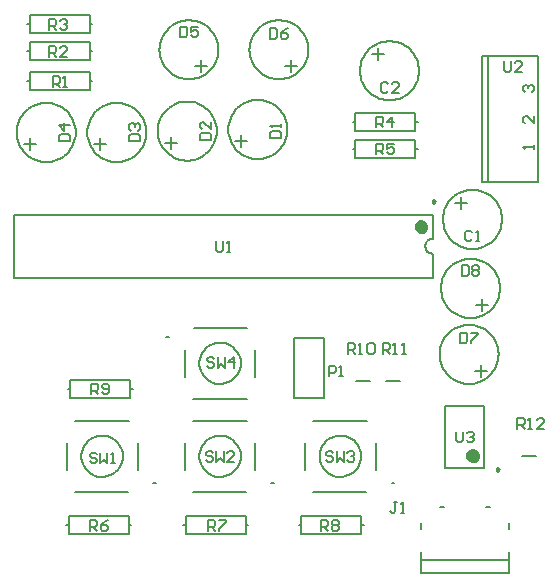
<source format=gto>
G04*
G04 #@! TF.GenerationSoftware,Altium Limited,Altium Designer,20.1.11 (218)*
G04*
G04 Layer_Color=65535*
%FSLAX25Y25*%
%MOIN*%
G70*
G04*
G04 #@! TF.SameCoordinates,E6333289-3B3F-416E-ACC7-16277D215EEB*
G04*
G04*
G04 #@! TF.FilePolarity,Positive*
G04*
G01*
G75*
%ADD10C,0.00787*%
%ADD11C,0.02362*%
%ADD12C,0.00984*%
%ADD13C,0.00500*%
%ADD14C,0.00591*%
D10*
X427779Y349000D02*
X427729Y349996D01*
X427578Y350981D01*
X427328Y351946D01*
X426982Y352882D01*
X426543Y353777D01*
X426015Y354623D01*
X425405Y355411D01*
X424718Y356134D01*
X423962Y356783D01*
X423143Y357353D01*
X422272Y357837D01*
X421355Y358230D01*
X420404Y358528D01*
X419427Y358729D01*
X418435Y358830D01*
X417439D01*
X416447Y358729D01*
X415470Y358528D01*
X414519Y358230D01*
X413602Y357837D01*
X412731Y357353D01*
X411912Y356783D01*
X411156Y356134D01*
X410469Y355411D01*
X409859Y354623D01*
X409331Y353777D01*
X408892Y352881D01*
X408546Y351946D01*
X408296Y350981D01*
X408145Y349996D01*
X408095Y349000D01*
X408145Y348004D01*
X408296Y347019D01*
X408546Y346054D01*
X408892Y345118D01*
X409331Y344223D01*
X409859Y343377D01*
X410469Y342589D01*
X411156Y341866D01*
X411912Y341217D01*
X412731Y340647D01*
X413602Y340163D01*
X414519Y339770D01*
X415470Y339472D01*
X416447Y339271D01*
X417439Y339170D01*
X418435D01*
X419427Y339271D01*
X420404Y339472D01*
X421355Y339770D01*
X422272Y340163D01*
X423143Y340647D01*
X423962Y341217D01*
X424718Y341866D01*
X425405Y342589D01*
X426015Y343377D01*
X426543Y344223D01*
X426982Y345119D01*
X427328Y346054D01*
X427578Y347019D01*
X427729Y348004D01*
X427779Y349000D01*
X360906Y356000D02*
X360855Y356996D01*
X360704Y357981D01*
X360454Y358946D01*
X360108Y359881D01*
X359669Y360777D01*
X359141Y361623D01*
X358531Y362411D01*
X357844Y363134D01*
X357088Y363783D01*
X356269Y364353D01*
X355398Y364837D01*
X354481Y365230D01*
X353530Y365528D01*
X352553Y365729D01*
X351561Y365830D01*
X350565D01*
X349573Y365729D01*
X348596Y365528D01*
X347645Y365230D01*
X346728Y364837D01*
X345857Y364353D01*
X345038Y363783D01*
X344282Y363134D01*
X343595Y362411D01*
X342985Y361623D01*
X342457Y360777D01*
X342018Y359881D01*
X341672Y358946D01*
X341422Y357981D01*
X341271Y356996D01*
X341220Y356000D01*
X341271Y355004D01*
X341422Y354019D01*
X341672Y353053D01*
X342018Y352118D01*
X342457Y351223D01*
X342985Y350377D01*
X343595Y349589D01*
X344282Y348866D01*
X345038Y348217D01*
X345857Y347647D01*
X346728Y347163D01*
X347645Y346770D01*
X348596Y346472D01*
X349573Y346271D01*
X350565Y346170D01*
X351561D01*
X352553Y346271D01*
X353530Y346472D01*
X354481Y346770D01*
X355398Y347163D01*
X356269Y347647D01*
X357088Y348217D01*
X357844Y348866D01*
X358531Y349589D01*
X359141Y350377D01*
X359669Y351223D01*
X360108Y352119D01*
X360454Y353053D01*
X360704Y354019D01*
X360855Y355004D01*
X360906Y356000D01*
X390905D02*
X390855Y356996D01*
X390704Y357981D01*
X390454Y358946D01*
X390108Y359881D01*
X389669Y360777D01*
X389141Y361623D01*
X388531Y362411D01*
X387844Y363134D01*
X387088Y363783D01*
X386269Y364353D01*
X385398Y364837D01*
X384481Y365230D01*
X383530Y365528D01*
X382553Y365729D01*
X381561Y365830D01*
X380564D01*
X379573Y365729D01*
X378596Y365528D01*
X377645Y365230D01*
X376728Y364837D01*
X375857Y364353D01*
X375038Y363783D01*
X374282Y363134D01*
X373595Y362411D01*
X372985Y361623D01*
X372457Y360777D01*
X372018Y359881D01*
X371672Y358946D01*
X371422Y357981D01*
X371271Y356996D01*
X371220Y356000D01*
X371271Y355004D01*
X371422Y354019D01*
X371672Y353053D01*
X372018Y352118D01*
X372457Y351223D01*
X372985Y350377D01*
X373595Y349589D01*
X374282Y348866D01*
X375038Y348217D01*
X375857Y347647D01*
X376728Y347163D01*
X377645Y346770D01*
X378596Y346472D01*
X379573Y346271D01*
X380564Y346170D01*
X381561D01*
X382553Y346271D01*
X383530Y346472D01*
X384481Y346770D01*
X385398Y347163D01*
X386269Y347647D01*
X387088Y348217D01*
X387844Y348866D01*
X388531Y349589D01*
X389141Y350377D01*
X389669Y351223D01*
X390108Y352119D01*
X390454Y353053D01*
X390704Y354019D01*
X390855Y355004D01*
X390905Y356000D01*
X455406Y299500D02*
X455355Y300496D01*
X455204Y301481D01*
X454954Y302447D01*
X454608Y303381D01*
X454169Y304277D01*
X453641Y305123D01*
X453031Y305911D01*
X452344Y306634D01*
X451588Y307283D01*
X450769Y307853D01*
X449898Y308337D01*
X448981Y308730D01*
X448030Y309028D01*
X447053Y309229D01*
X446062Y309330D01*
X445064D01*
X444073Y309229D01*
X443096Y309028D01*
X442145Y308730D01*
X441228Y308337D01*
X440357Y307853D01*
X439538Y307283D01*
X438782Y306634D01*
X438095Y305911D01*
X437485Y305123D01*
X436957Y304277D01*
X436518Y303381D01*
X436172Y302447D01*
X435922Y301481D01*
X435771Y300496D01*
X435720Y299500D01*
X435771Y298504D01*
X435922Y297519D01*
X436172Y296553D01*
X436518Y295619D01*
X436957Y294723D01*
X437485Y293877D01*
X438095Y293089D01*
X438782Y292366D01*
X439538Y291717D01*
X440357Y291147D01*
X441228Y290663D01*
X442145Y290270D01*
X443096Y289972D01*
X444073Y289771D01*
X445064Y289670D01*
X446062D01*
X447053Y289771D01*
X448030Y289972D01*
X448981Y290270D01*
X449898Y290663D01*
X450769Y291147D01*
X451588Y291717D01*
X452344Y292366D01*
X453031Y293089D01*
X453641Y293877D01*
X454169Y294723D01*
X454608Y295619D01*
X454954Y296553D01*
X455204Y297519D01*
X455355Y298504D01*
X455406Y299500D01*
X432282Y293000D02*
X431326Y292810D01*
X430515Y292268D01*
X429973Y291457D01*
X429782Y290500D01*
X429973Y289543D01*
X430515Y288732D01*
X431326Y288190D01*
X432282Y288000D01*
X383842Y329437D02*
X383792Y330433D01*
X383641Y331418D01*
X383391Y332383D01*
X383045Y333318D01*
X382606Y334214D01*
X382078Y335060D01*
X381468Y335848D01*
X380781Y336571D01*
X380025Y337220D01*
X379206Y337790D01*
X378335Y338274D01*
X377418Y338667D01*
X376467Y338965D01*
X375490Y339166D01*
X374499Y339267D01*
X373501D01*
X372510Y339166D01*
X371533Y338965D01*
X370582Y338667D01*
X369665Y338274D01*
X368794Y337790D01*
X367975Y337220D01*
X367219Y336571D01*
X366532Y335848D01*
X365922Y335060D01*
X365394Y334214D01*
X364955Y333318D01*
X364609Y332383D01*
X364359Y331418D01*
X364208Y330433D01*
X364158Y329437D01*
X364208Y328441D01*
X364359Y327456D01*
X364609Y326490D01*
X364955Y325555D01*
X365394Y324660D01*
X365922Y323814D01*
X366532Y323026D01*
X367219Y322303D01*
X367975Y321654D01*
X368794Y321084D01*
X369665Y320600D01*
X370582Y320207D01*
X371533Y319909D01*
X372510Y319708D01*
X373501Y319607D01*
X374499D01*
X375490Y319708D01*
X376467Y319909D01*
X377418Y320207D01*
X378335Y320600D01*
X379206Y321084D01*
X380025Y321654D01*
X380781Y322303D01*
X381468Y323026D01*
X382078Y323814D01*
X382606Y324660D01*
X383045Y325556D01*
X383391Y326490D01*
X383641Y327456D01*
X383792Y328441D01*
X383842Y329437D01*
X360343Y328937D02*
X360292Y329933D01*
X360141Y330918D01*
X359891Y331884D01*
X359545Y332819D01*
X359106Y333714D01*
X358578Y334560D01*
X357968Y335348D01*
X357281Y336071D01*
X356525Y336720D01*
X355706Y337290D01*
X354835Y337774D01*
X353918Y338167D01*
X352967Y338465D01*
X351990Y338666D01*
X350998Y338767D01*
X350002D01*
X349010Y338666D01*
X348033Y338465D01*
X347082Y338167D01*
X346165Y337774D01*
X345294Y337290D01*
X344475Y336720D01*
X343719Y336071D01*
X343032Y335348D01*
X342422Y334560D01*
X341894Y333714D01*
X341455Y332819D01*
X341109Y331884D01*
X340859Y330918D01*
X340708Y329933D01*
X340657Y328937D01*
X340708Y327941D01*
X340859Y326956D01*
X341109Y325991D01*
X341455Y325056D01*
X341894Y324160D01*
X342422Y323314D01*
X343032Y322526D01*
X343719Y321803D01*
X344475Y321154D01*
X345294Y320584D01*
X346165Y320100D01*
X347082Y319707D01*
X348033Y319409D01*
X349010Y319208D01*
X350002Y319107D01*
X350998D01*
X351991Y319208D01*
X352967Y319409D01*
X353918Y319707D01*
X354835Y320100D01*
X355706Y320584D01*
X356525Y321154D01*
X357281Y321803D01*
X357968Y322526D01*
X358578Y323314D01*
X359106Y324160D01*
X359545Y325056D01*
X359891Y325991D01*
X360141Y326956D01*
X360292Y327941D01*
X360343Y328937D01*
X336842Y328437D02*
X336792Y329433D01*
X336641Y330418D01*
X336391Y331383D01*
X336045Y332318D01*
X335606Y333214D01*
X335078Y334060D01*
X334468Y334848D01*
X333781Y335571D01*
X333025Y336220D01*
X332206Y336790D01*
X331335Y337274D01*
X330418Y337667D01*
X329467Y337965D01*
X328490Y338166D01*
X327499Y338267D01*
X326501D01*
X325510Y338166D01*
X324533Y337965D01*
X323582Y337667D01*
X322665Y337274D01*
X321794Y336790D01*
X320975Y336220D01*
X320219Y335571D01*
X319532Y334848D01*
X318922Y334060D01*
X318394Y333214D01*
X317955Y332318D01*
X317609Y331383D01*
X317359Y330418D01*
X317208Y329433D01*
X317158Y328437D01*
X317208Y327441D01*
X317359Y326456D01*
X317609Y325490D01*
X317955Y324555D01*
X318394Y323660D01*
X318922Y322814D01*
X319532Y322026D01*
X320219Y321303D01*
X320975Y320654D01*
X321794Y320084D01*
X322665Y319600D01*
X323582Y319207D01*
X324533Y318909D01*
X325510Y318708D01*
X326501Y318607D01*
X327499D01*
X328490Y318708D01*
X329467Y318909D01*
X330418Y319207D01*
X331335Y319600D01*
X332206Y320084D01*
X333025Y320654D01*
X333781Y321303D01*
X334468Y322026D01*
X335078Y322814D01*
X335606Y323660D01*
X336045Y324556D01*
X336391Y325490D01*
X336641Y326456D01*
X336792Y327441D01*
X336842Y328437D01*
X313342D02*
X313292Y329433D01*
X313141Y330418D01*
X312891Y331383D01*
X312545Y332318D01*
X312106Y333214D01*
X311578Y334060D01*
X310968Y334848D01*
X310281Y335571D01*
X309525Y336220D01*
X308706Y336790D01*
X307835Y337274D01*
X306918Y337667D01*
X305967Y337965D01*
X304990Y338166D01*
X303998Y338267D01*
X303001D01*
X302010Y338166D01*
X301033Y337965D01*
X300082Y337667D01*
X299165Y337274D01*
X298294Y336790D01*
X297475Y336220D01*
X296719Y335571D01*
X296032Y334848D01*
X295422Y334060D01*
X294894Y333214D01*
X294455Y332318D01*
X294109Y331383D01*
X293859Y330418D01*
X293708Y329433D01*
X293657Y328437D01*
X293708Y327441D01*
X293859Y326456D01*
X294109Y325490D01*
X294455Y324555D01*
X294894Y323660D01*
X295422Y322814D01*
X296032Y322026D01*
X296719Y321303D01*
X297475Y320654D01*
X298294Y320084D01*
X299165Y319600D01*
X300082Y319207D01*
X301033Y318909D01*
X302010Y318708D01*
X303001Y318607D01*
X303998D01*
X304991Y318708D01*
X305967Y318909D01*
X306918Y319207D01*
X307835Y319600D01*
X308706Y320084D01*
X309525Y320654D01*
X310281Y321303D01*
X310968Y322026D01*
X311578Y322814D01*
X312106Y323660D01*
X312545Y324556D01*
X312891Y325490D01*
X313141Y326456D01*
X313292Y327441D01*
X313342Y328437D01*
X379319Y211642D02*
X378532D01*
X379319D01*
X454779Y276500D02*
X454729Y277496D01*
X454578Y278481D01*
X454328Y279447D01*
X453982Y280381D01*
X453543Y281277D01*
X453015Y282123D01*
X452405Y282911D01*
X451718Y283634D01*
X450962Y284283D01*
X450143Y284853D01*
X449272Y285337D01*
X448355Y285730D01*
X447404Y286028D01*
X446427Y286229D01*
X445435Y286330D01*
X444439D01*
X443447Y286229D01*
X442470Y286028D01*
X441519Y285730D01*
X440602Y285337D01*
X439731Y284853D01*
X438912Y284283D01*
X438156Y283634D01*
X437469Y282911D01*
X436859Y282123D01*
X436331Y281277D01*
X435892Y280381D01*
X435546Y279447D01*
X435296Y278481D01*
X435145Y277496D01*
X435094Y276500D01*
X435145Y275504D01*
X435296Y274519D01*
X435546Y273553D01*
X435892Y272619D01*
X436331Y271723D01*
X436859Y270877D01*
X437469Y270089D01*
X438156Y269366D01*
X438912Y268717D01*
X439731Y268147D01*
X440602Y267663D01*
X441519Y267270D01*
X442470Y266972D01*
X443447Y266771D01*
X444439Y266670D01*
X445435D01*
X446427Y266771D01*
X447404Y266972D01*
X448355Y267270D01*
X449272Y267663D01*
X450143Y268147D01*
X450962Y268717D01*
X451718Y269366D01*
X452405Y270089D01*
X453015Y270877D01*
X453543Y271723D01*
X453982Y272619D01*
X454328Y273553D01*
X454578Y274519D01*
X454729Y275504D01*
X454779Y276500D01*
X454280Y254500D02*
X454229Y255496D01*
X454078Y256481D01*
X453828Y257447D01*
X453482Y258382D01*
X453043Y259277D01*
X452515Y260123D01*
X451905Y260911D01*
X451218Y261634D01*
X450462Y262283D01*
X449643Y262853D01*
X448772Y263337D01*
X447855Y263730D01*
X446904Y264028D01*
X445927Y264229D01*
X444936Y264330D01*
X443938D01*
X442947Y264229D01*
X441970Y264028D01*
X441019Y263730D01*
X440102Y263337D01*
X439231Y262853D01*
X438412Y262283D01*
X437656Y261634D01*
X436969Y260911D01*
X436359Y260123D01*
X435831Y259277D01*
X435392Y258381D01*
X435046Y257447D01*
X434796Y256481D01*
X434645Y255496D01*
X434594Y254500D01*
X434645Y253504D01*
X434796Y252519D01*
X435046Y251554D01*
X435392Y250619D01*
X435831Y249723D01*
X436359Y248877D01*
X436969Y248089D01*
X437656Y247366D01*
X438412Y246717D01*
X439231Y246147D01*
X440102Y245663D01*
X441019Y245270D01*
X441970Y244972D01*
X442947Y244771D01*
X443938Y244670D01*
X444936D01*
X445927Y244771D01*
X446904Y244972D01*
X447855Y245270D01*
X448772Y245663D01*
X449643Y246147D01*
X450462Y246717D01*
X451218Y247366D01*
X451905Y248089D01*
X452515Y248877D01*
X453043Y249723D01*
X453482Y250619D01*
X453828Y251554D01*
X454078Y252519D01*
X454229Y253504D01*
X454280Y254500D01*
X344319Y260358D02*
X343531D01*
X344319D01*
X419394Y211642D02*
X418606D01*
X419394D01*
X340024D02*
X339236D01*
X340024D01*
X412000Y354500D02*
X416000D01*
X414000Y352500D02*
Y356500D01*
X318000Y364500D02*
Y367500D01*
X298000D02*
X318000D01*
X298000Y361500D02*
Y367500D01*
Y361500D02*
X318000D01*
Y364500D01*
X297100D02*
X298000D01*
X318000D02*
X318900D01*
X318000Y355500D02*
Y358500D01*
X298000D02*
X318000D01*
X298000Y352500D02*
Y358500D01*
Y352500D02*
X318000D01*
Y355500D01*
X297100D02*
X298000D01*
X318000D02*
X318900D01*
X353000Y350500D02*
X357000D01*
X355000Y348500D02*
Y352500D01*
X383000Y350500D02*
X387000D01*
X385000Y348500D02*
Y352500D01*
X450610Y311937D02*
Y354063D01*
X448642Y311937D02*
Y354063D01*
X467539Y311937D02*
Y354063D01*
X448642Y311937D02*
X467539D01*
X448642Y354063D02*
X467539D01*
X439626Y305000D02*
X443626D01*
X441626Y303000D02*
Y307000D01*
X406500Y329000D02*
Y332000D01*
Y329000D02*
X426500D01*
Y335000D01*
X406500D02*
X426500D01*
X406500Y332000D02*
Y335000D01*
X426500Y332000D02*
X427400D01*
X405600D02*
X406500D01*
Y320000D02*
Y323000D01*
Y320000D02*
X426500D01*
Y326000D01*
X406500D02*
X426500D01*
X406500Y323000D02*
Y326000D01*
X426500Y323000D02*
X427400D01*
X405600D02*
X406500D01*
X296000Y324500D02*
X300000D01*
X298000Y322500D02*
Y326500D01*
X366500Y325500D02*
X370500D01*
X368500Y323500D02*
Y327500D01*
X292912Y280067D02*
Y300933D01*
X432282Y280067D02*
Y288000D01*
Y293000D02*
Y300933D01*
X292912Y280067D02*
X432282D01*
X292912Y300933D02*
X432282D01*
X345000Y323000D02*
Y327000D01*
X343000Y325000D02*
X347000D01*
X321500Y322500D02*
Y326500D01*
X319500Y324500D02*
X323500D01*
X386000Y240000D02*
X396000D01*
X386000D02*
Y260000D01*
X396000D01*
Y240000D02*
Y260000D01*
X462138Y220543D02*
X466862D01*
X446874Y271000D02*
X450874D01*
X448874Y269000D02*
Y273000D01*
X446374Y249000D02*
X450374D01*
X448374Y247000D02*
Y251000D01*
X416638Y245500D02*
X421362D01*
X406638D02*
X411362D01*
X449496Y216764D02*
Y237236D01*
X436504Y216764D02*
Y237236D01*
Y216764D02*
X449496D01*
X436504Y237236D02*
X449496D01*
X331000Y197500D02*
Y200500D01*
X311000D02*
X331000D01*
X311000Y194500D02*
Y200500D01*
Y194500D02*
X331000D01*
Y197500D01*
X310100D02*
X311000D01*
X331000D02*
X331900D01*
X370000D02*
Y200500D01*
X350000D02*
X370000D01*
X350000Y194500D02*
Y200500D01*
Y194500D02*
X370000D01*
Y197500D01*
X349100D02*
X350000D01*
X370000D02*
X370900D01*
X331500Y243000D02*
Y246000D01*
X311500D02*
X331500D01*
X311500Y240000D02*
Y246000D01*
Y240000D02*
X331500D01*
Y243000D01*
X310600D02*
X311500D01*
X331500D02*
X332400D01*
X408500Y197500D02*
Y200500D01*
X388500D02*
X408500D01*
X388500Y194500D02*
Y200500D01*
Y194500D02*
X408500D01*
Y197500D01*
X387600D02*
X388500D01*
X408500D02*
X409400D01*
X457717Y186004D02*
Y188760D01*
Y196240D02*
Y198209D01*
X450236Y203720D02*
X451417D01*
X434882D02*
X436063D01*
X428583Y196240D02*
Y198209D01*
Y186004D02*
Y188760D01*
Y186004D02*
X457717D01*
X428583Y181673D02*
Y186004D01*
Y181673D02*
X457717D01*
Y186004D01*
X318000Y345500D02*
Y348500D01*
X298000D02*
X318000D01*
X298000Y342500D02*
Y348500D01*
Y342500D02*
X318000D01*
Y345500D01*
X297100D02*
X298000D01*
X318000D02*
X318900D01*
D11*
X429527Y296996D02*
X429082Y297920D01*
X428083Y298148D01*
X427281Y297509D01*
Y296484D01*
X428083Y295845D01*
X429082Y296073D01*
X429527Y296996D01*
X446740Y220701D02*
X446295Y221624D01*
X445296Y221852D01*
X444495Y221213D01*
Y220188D01*
X445296Y219549D01*
X446295Y219777D01*
X446740Y220701D01*
D12*
X433208Y305500D02*
X432470Y305926D01*
Y305074D01*
X433208Y305500D01*
X454417Y216154D02*
X453679Y216580D01*
Y215727D01*
X454417Y216154D01*
D13*
X368335Y220500D02*
X368261Y221506D01*
X368042Y222491D01*
X367681Y223433D01*
X367188Y224312D01*
X366571Y225111D01*
X365845Y225811D01*
X365025Y226398D01*
X364127Y226859D01*
X363173Y227185D01*
X362181Y227368D01*
X361173Y227405D01*
X360170Y227294D01*
X359194Y227039D01*
X358266Y226645D01*
X357405Y226119D01*
X356629Y225474D01*
X355956Y224723D01*
X355400Y223882D01*
X354972Y222968D01*
X354681Y222002D01*
X354534Y221004D01*
Y219996D01*
X354681Y218998D01*
X354972Y218032D01*
X355400Y217118D01*
X355956Y216277D01*
X356629Y215526D01*
X357405Y214881D01*
X358266Y214355D01*
X359194Y213961D01*
X360170Y213705D01*
X361173Y213595D01*
X362181Y213632D01*
X363173Y213815D01*
X364127Y214141D01*
X365025Y214602D01*
X365845Y215189D01*
X366571Y215889D01*
X367188Y216688D01*
X367681Y217567D01*
X368042Y218509D01*
X368261Y219494D01*
X368335Y220500D01*
Y251500D02*
X368261Y252506D01*
X368042Y253491D01*
X367681Y254433D01*
X367188Y255312D01*
X366571Y256111D01*
X365845Y256811D01*
X365025Y257398D01*
X364127Y257859D01*
X363173Y258185D01*
X362181Y258368D01*
X361173Y258405D01*
X360170Y258295D01*
X359194Y258039D01*
X358266Y257645D01*
X357405Y257119D01*
X356629Y256474D01*
X355956Y255723D01*
X355400Y254882D01*
X354972Y253968D01*
X354681Y253002D01*
X354534Y252004D01*
Y250996D01*
X354681Y249998D01*
X354972Y249032D01*
X355400Y248118D01*
X355956Y247277D01*
X356629Y246526D01*
X357405Y245881D01*
X358266Y245355D01*
X359194Y244961D01*
X360170Y244706D01*
X361173Y244595D01*
X362181Y244632D01*
X363173Y244815D01*
X364127Y245141D01*
X365025Y245602D01*
X365845Y246189D01*
X366571Y246889D01*
X367188Y247688D01*
X367681Y248567D01*
X368042Y249509D01*
X368261Y250494D01*
X368335Y251500D01*
X408410Y220500D02*
X408336Y221506D01*
X408116Y222491D01*
X407756Y223433D01*
X407263Y224312D01*
X406646Y225111D01*
X405920Y225811D01*
X405099Y226398D01*
X404202Y226859D01*
X403248Y227185D01*
X402256Y227368D01*
X401248Y227405D01*
X400245Y227294D01*
X399269Y227039D01*
X398341Y226645D01*
X397480Y226119D01*
X396704Y225474D01*
X396031Y224723D01*
X395475Y223882D01*
X395046Y222968D01*
X394756Y222002D01*
X394609Y221004D01*
Y219996D01*
X394756Y218998D01*
X395046Y218032D01*
X395475Y217118D01*
X396031Y216277D01*
X396704Y215526D01*
X397480Y214881D01*
X398341Y214355D01*
X399269Y213961D01*
X400245Y213705D01*
X401248Y213595D01*
X402256Y213632D01*
X403248Y213815D01*
X404202Y214141D01*
X405099Y214602D01*
X405920Y215189D01*
X406646Y215889D01*
X407263Y216688D01*
X407756Y217567D01*
X408116Y218509D01*
X408336Y219494D01*
X408410Y220500D01*
X329039D02*
X328966Y221506D01*
X328746Y222491D01*
X328386Y223433D01*
X327892Y224312D01*
X327276Y225111D01*
X326550Y225811D01*
X325729Y226398D01*
X324832Y226859D01*
X323878Y227185D01*
X322886Y227368D01*
X321878Y227405D01*
X320875Y227294D01*
X319899Y227039D01*
X318971Y226645D01*
X318110Y226119D01*
X317334Y225474D01*
X316661Y224723D01*
X316105Y223882D01*
X315676Y222968D01*
X315386Y222002D01*
X315239Y221004D01*
Y219996D01*
X315386Y218998D01*
X315676Y218032D01*
X316105Y217118D01*
X316661Y216277D01*
X317334Y215526D01*
X318110Y214881D01*
X318971Y214355D01*
X319899Y213961D01*
X320875Y213705D01*
X321878Y213595D01*
X322886Y213632D01*
X323878Y213815D01*
X324832Y214141D01*
X325729Y214602D01*
X326550Y215189D01*
X327276Y215889D01*
X327892Y216688D01*
X328386Y217567D01*
X328746Y218509D01*
X328966Y219494D01*
X329039Y220500D01*
X352764Y263291D02*
X370480D01*
X373236Y246972D02*
Y256028D01*
X352370Y239709D02*
X370480D01*
X349634Y246972D02*
Y256028D01*
X373217Y215972D02*
Y225028D01*
X352370Y232291D02*
X370480D01*
X349614Y215972D02*
Y225028D01*
X352370Y208709D02*
X370087D01*
X413291Y215972D02*
Y225028D01*
X392445Y232291D02*
X410555D01*
X389689Y215972D02*
Y225028D01*
X392445Y208709D02*
X410161D01*
X333921Y215972D02*
Y225028D01*
X313075Y232291D02*
X331185D01*
X310319Y215972D02*
Y225028D01*
X313075Y208709D02*
X330791D01*
D14*
X417410Y344681D02*
X416819Y345271D01*
X415639D01*
X415048Y344681D01*
Y342319D01*
X415639Y341729D01*
X416819D01*
X417410Y342319D01*
X420952Y341729D02*
X418590D01*
X420952Y344090D01*
Y344681D01*
X420361Y345271D01*
X419181D01*
X418590Y344681D01*
X304548Y362729D02*
Y366271D01*
X306319D01*
X306910Y365681D01*
Y364500D01*
X306319Y363910D01*
X304548D01*
X305729D02*
X306910Y362729D01*
X308090Y365681D02*
X308681Y366271D01*
X309861D01*
X310452Y365681D01*
Y365090D01*
X309861Y364500D01*
X309271D01*
X309861D01*
X310452Y363910D01*
Y363319D01*
X309861Y362729D01*
X308681D01*
X308090Y363319D01*
X304548Y353729D02*
Y357271D01*
X306319D01*
X306910Y356681D01*
Y355500D01*
X306319Y354910D01*
X304548D01*
X305729D02*
X306910Y353729D01*
X310452D02*
X308090D01*
X310452Y356090D01*
Y356681D01*
X309861Y357271D01*
X308681D01*
X308090Y356681D01*
X348174Y363771D02*
Y360229D01*
X349945D01*
X350536Y360819D01*
Y363181D01*
X349945Y363771D01*
X348174D01*
X354078D02*
X351716D01*
Y362000D01*
X352897Y362590D01*
X353487D01*
X354078Y362000D01*
Y360819D01*
X353487Y360229D01*
X352307D01*
X351716Y360819D01*
X378048Y363271D02*
Y359729D01*
X379819D01*
X380410Y360319D01*
Y362681D01*
X379819Y363271D01*
X378048D01*
X383952D02*
X382771Y362681D01*
X381590Y361500D01*
Y360319D01*
X382181Y359729D01*
X383361D01*
X383952Y360319D01*
Y360910D01*
X383361Y361500D01*
X381590D01*
X456048Y352271D02*
Y349319D01*
X456639Y348729D01*
X457819D01*
X458410Y349319D01*
Y352271D01*
X461952Y348729D02*
X459590D01*
X461952Y351090D01*
Y351681D01*
X461361Y352271D01*
X460181D01*
X459590Y351681D01*
X466000Y323000D02*
Y324181D01*
Y323590D01*
X462458D01*
X463048Y323000D01*
X466000Y333861D02*
Y331500D01*
X463639Y333861D01*
X463048D01*
X462458Y333271D01*
Y332090D01*
X463048Y331500D01*
Y342000D02*
X462458Y342590D01*
Y343771D01*
X463048Y344361D01*
X463639D01*
X464229Y343771D01*
Y343181D01*
Y343771D01*
X464819Y344361D01*
X465410D01*
X466000Y343771D01*
Y342590D01*
X465410Y342000D01*
X445500Y295181D02*
X444910Y295771D01*
X443729D01*
X443139Y295181D01*
Y292819D01*
X443729Y292229D01*
X444910D01*
X445500Y292819D01*
X446681Y292229D02*
X447861D01*
X447271D01*
Y295771D01*
X446681Y295181D01*
X413548Y330229D02*
Y333771D01*
X415319D01*
X415910Y333181D01*
Y332000D01*
X415319Y331410D01*
X413548D01*
X414729D02*
X415910Y330229D01*
X418861D02*
Y333771D01*
X417090Y332000D01*
X419452D01*
X413548Y321229D02*
Y324771D01*
X415319D01*
X415910Y324181D01*
Y323000D01*
X415319Y322410D01*
X413548D01*
X414729D02*
X415910Y321229D01*
X419452Y324771D02*
X417090D01*
Y323000D01*
X418271Y323590D01*
X418861D01*
X419452Y323000D01*
Y321819D01*
X418861Y321229D01*
X417681D01*
X417090Y321819D01*
X305591Y343590D02*
Y347133D01*
X307362D01*
X307952Y346542D01*
Y345362D01*
X307362Y344771D01*
X305591D01*
X306771D02*
X307952Y343590D01*
X309133D02*
X310313D01*
X309723D01*
Y347133D01*
X309133Y346542D01*
X360139Y292271D02*
Y289319D01*
X360729Y288729D01*
X361910D01*
X362500Y289319D01*
Y292271D01*
X363681Y288729D02*
X364861D01*
X364271D01*
Y292271D01*
X363681Y291681D01*
X378229Y326639D02*
X381771D01*
Y328410D01*
X381181Y329000D01*
X378819D01*
X378229Y328410D01*
Y326639D01*
X381771Y330181D02*
Y331361D01*
Y330771D01*
X378229D01*
X378819Y330181D01*
X354729Y326048D02*
X358271D01*
Y327819D01*
X357681Y328410D01*
X355319D01*
X354729Y327819D01*
Y326048D01*
X358271Y331952D02*
Y329590D01*
X355910Y331952D01*
X355319D01*
X354729Y331361D01*
Y330181D01*
X355319Y329590D01*
X331229Y325548D02*
X334771D01*
Y327319D01*
X334181Y327910D01*
X331819D01*
X331229Y327319D01*
Y325548D01*
X331819Y329090D02*
X331229Y329681D01*
Y330861D01*
X331819Y331452D01*
X332410D01*
X333000Y330861D01*
Y330271D01*
Y330861D01*
X333590Y331452D01*
X334181D01*
X334771Y330861D01*
Y329681D01*
X334181Y329090D01*
X307729Y325548D02*
X311271D01*
Y327319D01*
X310681Y327910D01*
X308319D01*
X307729Y327319D01*
Y325548D01*
X311271Y330861D02*
X307729D01*
X309500Y329090D01*
Y331452D01*
X397639Y247229D02*
Y250771D01*
X399410D01*
X400000Y250181D01*
Y249000D01*
X399410Y248410D01*
X397639D01*
X401181Y247229D02*
X402361D01*
X401771D01*
Y250771D01*
X401181Y250181D01*
X359452Y253042D02*
X358862Y253633D01*
X357681D01*
X357090Y253042D01*
Y252452D01*
X357681Y251862D01*
X358862D01*
X359452Y251271D01*
Y250681D01*
X358862Y250091D01*
X357681D01*
X357090Y250681D01*
X360633Y253633D02*
Y250091D01*
X361813Y251271D01*
X362994Y250091D01*
Y253633D01*
X365946Y250091D02*
Y253633D01*
X364175Y251862D01*
X366536D01*
X359064Y221681D02*
X358473Y222271D01*
X357293D01*
X356702Y221681D01*
Y221090D01*
X357293Y220500D01*
X358473D01*
X359064Y219910D01*
Y219319D01*
X358473Y218729D01*
X357293D01*
X356702Y219319D01*
X360244Y222271D02*
Y218729D01*
X361425Y219910D01*
X362606Y218729D01*
Y222271D01*
X366148Y218729D02*
X363787D01*
X366148Y221090D01*
Y221681D01*
X365558Y222271D01*
X364377D01*
X363787Y221681D01*
X460572Y229729D02*
Y233271D01*
X462343D01*
X462934Y232681D01*
Y231500D01*
X462343Y230910D01*
X460572D01*
X461753D02*
X462934Y229729D01*
X464115D02*
X465295D01*
X464705D01*
Y233271D01*
X464115Y232681D01*
X469428Y229729D02*
X467066D01*
X469428Y232090D01*
Y232681D01*
X468837Y233271D01*
X467657D01*
X467066Y232681D01*
X441922Y284271D02*
Y280729D01*
X443693D01*
X444284Y281319D01*
Y283681D01*
X443693Y284271D01*
X441922D01*
X445464Y283681D02*
X446055Y284271D01*
X447235D01*
X447826Y283681D01*
Y283090D01*
X447235Y282500D01*
X447826Y281910D01*
Y281319D01*
X447235Y280729D01*
X446055D01*
X445464Y281319D01*
Y281910D01*
X446055Y282500D01*
X445464Y283090D01*
Y283681D01*
X446055Y282500D02*
X447235D01*
X441548Y261771D02*
Y258229D01*
X443319D01*
X443910Y258819D01*
Y261181D01*
X443319Y261771D01*
X441548D01*
X445090D02*
X447452D01*
Y261181D01*
X445090Y258819D01*
Y258229D01*
X415663Y254729D02*
Y258271D01*
X417434D01*
X418024Y257681D01*
Y256500D01*
X417434Y255910D01*
X415663D01*
X416843D02*
X418024Y254729D01*
X419205D02*
X420386D01*
X419795D01*
Y258271D01*
X419205Y257681D01*
X422157Y254729D02*
X423337D01*
X422747D01*
Y258271D01*
X422157Y257681D01*
X404072Y254729D02*
Y258271D01*
X405843D01*
X406434Y257681D01*
Y256500D01*
X405843Y255910D01*
X404072D01*
X405253D02*
X406434Y254729D01*
X407615D02*
X408795D01*
X408205D01*
Y258271D01*
X407615Y257681D01*
X410566D02*
X411157Y258271D01*
X412337D01*
X412928Y257681D01*
Y255319D01*
X412337Y254729D01*
X411157D01*
X410566Y255319D01*
Y257681D01*
X440048Y228771D02*
Y225819D01*
X440639Y225229D01*
X441819D01*
X442410Y225819D01*
Y228771D01*
X443590Y228181D02*
X444181Y228771D01*
X445361D01*
X445952Y228181D01*
Y227590D01*
X445361Y227000D01*
X444771D01*
X445361D01*
X445952Y226410D01*
Y225819D01*
X445361Y225229D01*
X444181D01*
X443590Y225819D01*
X318048Y195729D02*
Y199271D01*
X319819D01*
X320410Y198681D01*
Y197500D01*
X319819Y196910D01*
X318048D01*
X319229D02*
X320410Y195729D01*
X323952Y199271D02*
X322771Y198681D01*
X321590Y197500D01*
Y196319D01*
X322181Y195729D01*
X323361D01*
X323952Y196319D01*
Y196910D01*
X323361Y197500D01*
X321590D01*
X357548Y195729D02*
Y199271D01*
X359319D01*
X359910Y198681D01*
Y197500D01*
X359319Y196910D01*
X357548D01*
X358729D02*
X359910Y195729D01*
X361090Y199271D02*
X363452D01*
Y198681D01*
X361090Y196319D01*
Y195729D01*
X318548Y241229D02*
Y244771D01*
X320319D01*
X320910Y244181D01*
Y243000D01*
X320319Y242410D01*
X318548D01*
X319729D02*
X320910Y241229D01*
X322090Y241819D02*
X322681Y241229D01*
X323861D01*
X324452Y241819D01*
Y244181D01*
X323861Y244771D01*
X322681D01*
X322090Y244181D01*
Y243590D01*
X322681Y243000D01*
X324452D01*
X395048Y195729D02*
Y199271D01*
X396819D01*
X397410Y198681D01*
Y197500D01*
X396819Y196910D01*
X395048D01*
X396229D02*
X397410Y195729D01*
X398590Y198681D02*
X399181Y199271D01*
X400361D01*
X400952Y198681D01*
Y198090D01*
X400361Y197500D01*
X400952Y196910D01*
Y196319D01*
X400361Y195729D01*
X399181D01*
X398590Y196319D01*
Y196910D01*
X399181Y197500D01*
X398590Y198090D01*
Y198681D01*
X399181Y197500D02*
X400361D01*
X420500Y205271D02*
X419319D01*
X419910D01*
Y202319D01*
X419319Y201729D01*
X418729D01*
X418139Y202319D01*
X421681Y201729D02*
X422861D01*
X422271D01*
Y205271D01*
X421681Y204681D01*
X399139Y221681D02*
X398548Y222271D01*
X397368D01*
X396777Y221681D01*
Y221090D01*
X397368Y220500D01*
X398548D01*
X399139Y219910D01*
Y219319D01*
X398548Y218729D01*
X397368D01*
X396777Y219319D01*
X400319Y222271D02*
Y218729D01*
X401500Y219910D01*
X402681Y218729D01*
Y222271D01*
X403861Y221681D02*
X404452Y222271D01*
X405632D01*
X406223Y221681D01*
Y221090D01*
X405632Y220500D01*
X405042D01*
X405632D01*
X406223Y219910D01*
Y219319D01*
X405632Y218729D01*
X404452D01*
X403861Y219319D01*
X320359Y221181D02*
X319769Y221771D01*
X318588D01*
X317997Y221181D01*
Y220590D01*
X318588Y220000D01*
X319769D01*
X320359Y219410D01*
Y218819D01*
X319769Y218229D01*
X318588D01*
X317997Y218819D01*
X321540Y221771D02*
Y218229D01*
X322720Y219410D01*
X323901Y218229D01*
Y221771D01*
X325082Y218229D02*
X326262D01*
X325672D01*
Y221771D01*
X325082Y221181D01*
M02*

</source>
